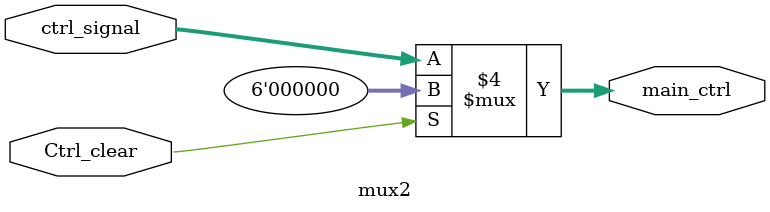
<source format=v>
`timescale 1ns / 1ps

module mux2 (
    input               Ctrl_clear,
    input [5:0]         ctrl_signal,
    output reg [5:0]    main_ctrl
);

    always @(*) begin
        if (Ctrl_clear == 0) begin
            main_ctrl = ctrl_signal;
        end else begin
            main_ctrl = 6'b0;
        end
    end

endmodule
</source>
